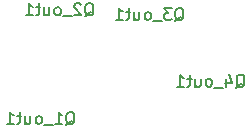
<source format=gbr>
%TF.GenerationSoftware,KiCad,Pcbnew,7.0.9*%
%TF.CreationDate,2024-02-29T12:55:39-04:00*%
%TF.ProjectId,phantomArc,7068616e-746f-46d4-9172-632e6b696361,v0.1*%
%TF.SameCoordinates,Original*%
%TF.FileFunction,Legend,Bot*%
%TF.FilePolarity,Positive*%
%FSLAX46Y46*%
G04 Gerber Fmt 4.6, Leading zero omitted, Abs format (unit mm)*
G04 Created by KiCad (PCBNEW 7.0.9) date 2024-02-29 12:55:39*
%MOMM*%
%LPD*%
G01*
G04 APERTURE LIST*
%ADD10C,0.150000*%
G04 APERTURE END LIST*
D10*
X166539857Y-124590057D02*
X166635095Y-124542438D01*
X166635095Y-124542438D02*
X166730333Y-124447200D01*
X166730333Y-124447200D02*
X166873190Y-124304342D01*
X166873190Y-124304342D02*
X166968428Y-124256723D01*
X166968428Y-124256723D02*
X167063666Y-124256723D01*
X167016047Y-124494819D02*
X167111285Y-124447200D01*
X167111285Y-124447200D02*
X167206523Y-124351961D01*
X167206523Y-124351961D02*
X167254142Y-124161485D01*
X167254142Y-124161485D02*
X167254142Y-123828152D01*
X167254142Y-123828152D02*
X167206523Y-123637676D01*
X167206523Y-123637676D02*
X167111285Y-123542438D01*
X167111285Y-123542438D02*
X167016047Y-123494819D01*
X167016047Y-123494819D02*
X166825571Y-123494819D01*
X166825571Y-123494819D02*
X166730333Y-123542438D01*
X166730333Y-123542438D02*
X166635095Y-123637676D01*
X166635095Y-123637676D02*
X166587476Y-123828152D01*
X166587476Y-123828152D02*
X166587476Y-124161485D01*
X166587476Y-124161485D02*
X166635095Y-124351961D01*
X166635095Y-124351961D02*
X166730333Y-124447200D01*
X166730333Y-124447200D02*
X166825571Y-124494819D01*
X166825571Y-124494819D02*
X167016047Y-124494819D01*
X165730333Y-123828152D02*
X165730333Y-124494819D01*
X165968428Y-123447200D02*
X166206523Y-124161485D01*
X166206523Y-124161485D02*
X165587476Y-124161485D01*
X165444619Y-124590057D02*
X164682714Y-124590057D01*
X164301761Y-124494819D02*
X164396999Y-124447200D01*
X164396999Y-124447200D02*
X164444618Y-124399580D01*
X164444618Y-124399580D02*
X164492237Y-124304342D01*
X164492237Y-124304342D02*
X164492237Y-124018628D01*
X164492237Y-124018628D02*
X164444618Y-123923390D01*
X164444618Y-123923390D02*
X164396999Y-123875771D01*
X164396999Y-123875771D02*
X164301761Y-123828152D01*
X164301761Y-123828152D02*
X164158904Y-123828152D01*
X164158904Y-123828152D02*
X164063666Y-123875771D01*
X164063666Y-123875771D02*
X164016047Y-123923390D01*
X164016047Y-123923390D02*
X163968428Y-124018628D01*
X163968428Y-124018628D02*
X163968428Y-124304342D01*
X163968428Y-124304342D02*
X164016047Y-124399580D01*
X164016047Y-124399580D02*
X164063666Y-124447200D01*
X164063666Y-124447200D02*
X164158904Y-124494819D01*
X164158904Y-124494819D02*
X164301761Y-124494819D01*
X163111285Y-123828152D02*
X163111285Y-124494819D01*
X163539856Y-123828152D02*
X163539856Y-124351961D01*
X163539856Y-124351961D02*
X163492237Y-124447200D01*
X163492237Y-124447200D02*
X163396999Y-124494819D01*
X163396999Y-124494819D02*
X163254142Y-124494819D01*
X163254142Y-124494819D02*
X163158904Y-124447200D01*
X163158904Y-124447200D02*
X163111285Y-124399580D01*
X162777951Y-123828152D02*
X162396999Y-123828152D01*
X162635094Y-123494819D02*
X162635094Y-124351961D01*
X162635094Y-124351961D02*
X162587475Y-124447200D01*
X162587475Y-124447200D02*
X162492237Y-124494819D01*
X162492237Y-124494819D02*
X162396999Y-124494819D01*
X161539856Y-124494819D02*
X162111284Y-124494819D01*
X161825570Y-124494819D02*
X161825570Y-123494819D01*
X161825570Y-123494819D02*
X161920808Y-123637676D01*
X161920808Y-123637676D02*
X162016046Y-123732914D01*
X162016046Y-123732914D02*
X162111284Y-123780533D01*
X152142857Y-127750057D02*
X152238095Y-127702438D01*
X152238095Y-127702438D02*
X152333333Y-127607200D01*
X152333333Y-127607200D02*
X152476190Y-127464342D01*
X152476190Y-127464342D02*
X152571428Y-127416723D01*
X152571428Y-127416723D02*
X152666666Y-127416723D01*
X152619047Y-127654819D02*
X152714285Y-127607200D01*
X152714285Y-127607200D02*
X152809523Y-127511961D01*
X152809523Y-127511961D02*
X152857142Y-127321485D01*
X152857142Y-127321485D02*
X152857142Y-126988152D01*
X152857142Y-126988152D02*
X152809523Y-126797676D01*
X152809523Y-126797676D02*
X152714285Y-126702438D01*
X152714285Y-126702438D02*
X152619047Y-126654819D01*
X152619047Y-126654819D02*
X152428571Y-126654819D01*
X152428571Y-126654819D02*
X152333333Y-126702438D01*
X152333333Y-126702438D02*
X152238095Y-126797676D01*
X152238095Y-126797676D02*
X152190476Y-126988152D01*
X152190476Y-126988152D02*
X152190476Y-127321485D01*
X152190476Y-127321485D02*
X152238095Y-127511961D01*
X152238095Y-127511961D02*
X152333333Y-127607200D01*
X152333333Y-127607200D02*
X152428571Y-127654819D01*
X152428571Y-127654819D02*
X152619047Y-127654819D01*
X151238095Y-127654819D02*
X151809523Y-127654819D01*
X151523809Y-127654819D02*
X151523809Y-126654819D01*
X151523809Y-126654819D02*
X151619047Y-126797676D01*
X151619047Y-126797676D02*
X151714285Y-126892914D01*
X151714285Y-126892914D02*
X151809523Y-126940533D01*
X151047619Y-127750057D02*
X150285714Y-127750057D01*
X149904761Y-127654819D02*
X149999999Y-127607200D01*
X149999999Y-127607200D02*
X150047618Y-127559580D01*
X150047618Y-127559580D02*
X150095237Y-127464342D01*
X150095237Y-127464342D02*
X150095237Y-127178628D01*
X150095237Y-127178628D02*
X150047618Y-127083390D01*
X150047618Y-127083390D02*
X149999999Y-127035771D01*
X149999999Y-127035771D02*
X149904761Y-126988152D01*
X149904761Y-126988152D02*
X149761904Y-126988152D01*
X149761904Y-126988152D02*
X149666666Y-127035771D01*
X149666666Y-127035771D02*
X149619047Y-127083390D01*
X149619047Y-127083390D02*
X149571428Y-127178628D01*
X149571428Y-127178628D02*
X149571428Y-127464342D01*
X149571428Y-127464342D02*
X149619047Y-127559580D01*
X149619047Y-127559580D02*
X149666666Y-127607200D01*
X149666666Y-127607200D02*
X149761904Y-127654819D01*
X149761904Y-127654819D02*
X149904761Y-127654819D01*
X148714285Y-126988152D02*
X148714285Y-127654819D01*
X149142856Y-126988152D02*
X149142856Y-127511961D01*
X149142856Y-127511961D02*
X149095237Y-127607200D01*
X149095237Y-127607200D02*
X148999999Y-127654819D01*
X148999999Y-127654819D02*
X148857142Y-127654819D01*
X148857142Y-127654819D02*
X148761904Y-127607200D01*
X148761904Y-127607200D02*
X148714285Y-127559580D01*
X148380951Y-126988152D02*
X147999999Y-126988152D01*
X148238094Y-126654819D02*
X148238094Y-127511961D01*
X148238094Y-127511961D02*
X148190475Y-127607200D01*
X148190475Y-127607200D02*
X148095237Y-127654819D01*
X148095237Y-127654819D02*
X147999999Y-127654819D01*
X147142856Y-127654819D02*
X147714284Y-127654819D01*
X147428570Y-127654819D02*
X147428570Y-126654819D01*
X147428570Y-126654819D02*
X147523808Y-126797676D01*
X147523808Y-126797676D02*
X147619046Y-126892914D01*
X147619046Y-126892914D02*
X147714284Y-126940533D01*
X153742857Y-118550057D02*
X153838095Y-118502438D01*
X153838095Y-118502438D02*
X153933333Y-118407200D01*
X153933333Y-118407200D02*
X154076190Y-118264342D01*
X154076190Y-118264342D02*
X154171428Y-118216723D01*
X154171428Y-118216723D02*
X154266666Y-118216723D01*
X154219047Y-118454819D02*
X154314285Y-118407200D01*
X154314285Y-118407200D02*
X154409523Y-118311961D01*
X154409523Y-118311961D02*
X154457142Y-118121485D01*
X154457142Y-118121485D02*
X154457142Y-117788152D01*
X154457142Y-117788152D02*
X154409523Y-117597676D01*
X154409523Y-117597676D02*
X154314285Y-117502438D01*
X154314285Y-117502438D02*
X154219047Y-117454819D01*
X154219047Y-117454819D02*
X154028571Y-117454819D01*
X154028571Y-117454819D02*
X153933333Y-117502438D01*
X153933333Y-117502438D02*
X153838095Y-117597676D01*
X153838095Y-117597676D02*
X153790476Y-117788152D01*
X153790476Y-117788152D02*
X153790476Y-118121485D01*
X153790476Y-118121485D02*
X153838095Y-118311961D01*
X153838095Y-118311961D02*
X153933333Y-118407200D01*
X153933333Y-118407200D02*
X154028571Y-118454819D01*
X154028571Y-118454819D02*
X154219047Y-118454819D01*
X153409523Y-117550057D02*
X153361904Y-117502438D01*
X153361904Y-117502438D02*
X153266666Y-117454819D01*
X153266666Y-117454819D02*
X153028571Y-117454819D01*
X153028571Y-117454819D02*
X152933333Y-117502438D01*
X152933333Y-117502438D02*
X152885714Y-117550057D01*
X152885714Y-117550057D02*
X152838095Y-117645295D01*
X152838095Y-117645295D02*
X152838095Y-117740533D01*
X152838095Y-117740533D02*
X152885714Y-117883390D01*
X152885714Y-117883390D02*
X153457142Y-118454819D01*
X153457142Y-118454819D02*
X152838095Y-118454819D01*
X152647619Y-118550057D02*
X151885714Y-118550057D01*
X151504761Y-118454819D02*
X151599999Y-118407200D01*
X151599999Y-118407200D02*
X151647618Y-118359580D01*
X151647618Y-118359580D02*
X151695237Y-118264342D01*
X151695237Y-118264342D02*
X151695237Y-117978628D01*
X151695237Y-117978628D02*
X151647618Y-117883390D01*
X151647618Y-117883390D02*
X151599999Y-117835771D01*
X151599999Y-117835771D02*
X151504761Y-117788152D01*
X151504761Y-117788152D02*
X151361904Y-117788152D01*
X151361904Y-117788152D02*
X151266666Y-117835771D01*
X151266666Y-117835771D02*
X151219047Y-117883390D01*
X151219047Y-117883390D02*
X151171428Y-117978628D01*
X151171428Y-117978628D02*
X151171428Y-118264342D01*
X151171428Y-118264342D02*
X151219047Y-118359580D01*
X151219047Y-118359580D02*
X151266666Y-118407200D01*
X151266666Y-118407200D02*
X151361904Y-118454819D01*
X151361904Y-118454819D02*
X151504761Y-118454819D01*
X150314285Y-117788152D02*
X150314285Y-118454819D01*
X150742856Y-117788152D02*
X150742856Y-118311961D01*
X150742856Y-118311961D02*
X150695237Y-118407200D01*
X150695237Y-118407200D02*
X150599999Y-118454819D01*
X150599999Y-118454819D02*
X150457142Y-118454819D01*
X150457142Y-118454819D02*
X150361904Y-118407200D01*
X150361904Y-118407200D02*
X150314285Y-118359580D01*
X149980951Y-117788152D02*
X149599999Y-117788152D01*
X149838094Y-117454819D02*
X149838094Y-118311961D01*
X149838094Y-118311961D02*
X149790475Y-118407200D01*
X149790475Y-118407200D02*
X149695237Y-118454819D01*
X149695237Y-118454819D02*
X149599999Y-118454819D01*
X148742856Y-118454819D02*
X149314284Y-118454819D01*
X149028570Y-118454819D02*
X149028570Y-117454819D01*
X149028570Y-117454819D02*
X149123808Y-117597676D01*
X149123808Y-117597676D02*
X149219046Y-117692914D01*
X149219046Y-117692914D02*
X149314284Y-117740533D01*
X161368857Y-118947057D02*
X161464095Y-118899438D01*
X161464095Y-118899438D02*
X161559333Y-118804200D01*
X161559333Y-118804200D02*
X161702190Y-118661342D01*
X161702190Y-118661342D02*
X161797428Y-118613723D01*
X161797428Y-118613723D02*
X161892666Y-118613723D01*
X161845047Y-118851819D02*
X161940285Y-118804200D01*
X161940285Y-118804200D02*
X162035523Y-118708961D01*
X162035523Y-118708961D02*
X162083142Y-118518485D01*
X162083142Y-118518485D02*
X162083142Y-118185152D01*
X162083142Y-118185152D02*
X162035523Y-117994676D01*
X162035523Y-117994676D02*
X161940285Y-117899438D01*
X161940285Y-117899438D02*
X161845047Y-117851819D01*
X161845047Y-117851819D02*
X161654571Y-117851819D01*
X161654571Y-117851819D02*
X161559333Y-117899438D01*
X161559333Y-117899438D02*
X161464095Y-117994676D01*
X161464095Y-117994676D02*
X161416476Y-118185152D01*
X161416476Y-118185152D02*
X161416476Y-118518485D01*
X161416476Y-118518485D02*
X161464095Y-118708961D01*
X161464095Y-118708961D02*
X161559333Y-118804200D01*
X161559333Y-118804200D02*
X161654571Y-118851819D01*
X161654571Y-118851819D02*
X161845047Y-118851819D01*
X161083142Y-117851819D02*
X160464095Y-117851819D01*
X160464095Y-117851819D02*
X160797428Y-118232771D01*
X160797428Y-118232771D02*
X160654571Y-118232771D01*
X160654571Y-118232771D02*
X160559333Y-118280390D01*
X160559333Y-118280390D02*
X160511714Y-118328009D01*
X160511714Y-118328009D02*
X160464095Y-118423247D01*
X160464095Y-118423247D02*
X160464095Y-118661342D01*
X160464095Y-118661342D02*
X160511714Y-118756580D01*
X160511714Y-118756580D02*
X160559333Y-118804200D01*
X160559333Y-118804200D02*
X160654571Y-118851819D01*
X160654571Y-118851819D02*
X160940285Y-118851819D01*
X160940285Y-118851819D02*
X161035523Y-118804200D01*
X161035523Y-118804200D02*
X161083142Y-118756580D01*
X160273619Y-118947057D02*
X159511714Y-118947057D01*
X159130761Y-118851819D02*
X159225999Y-118804200D01*
X159225999Y-118804200D02*
X159273618Y-118756580D01*
X159273618Y-118756580D02*
X159321237Y-118661342D01*
X159321237Y-118661342D02*
X159321237Y-118375628D01*
X159321237Y-118375628D02*
X159273618Y-118280390D01*
X159273618Y-118280390D02*
X159225999Y-118232771D01*
X159225999Y-118232771D02*
X159130761Y-118185152D01*
X159130761Y-118185152D02*
X158987904Y-118185152D01*
X158987904Y-118185152D02*
X158892666Y-118232771D01*
X158892666Y-118232771D02*
X158845047Y-118280390D01*
X158845047Y-118280390D02*
X158797428Y-118375628D01*
X158797428Y-118375628D02*
X158797428Y-118661342D01*
X158797428Y-118661342D02*
X158845047Y-118756580D01*
X158845047Y-118756580D02*
X158892666Y-118804200D01*
X158892666Y-118804200D02*
X158987904Y-118851819D01*
X158987904Y-118851819D02*
X159130761Y-118851819D01*
X157940285Y-118185152D02*
X157940285Y-118851819D01*
X158368856Y-118185152D02*
X158368856Y-118708961D01*
X158368856Y-118708961D02*
X158321237Y-118804200D01*
X158321237Y-118804200D02*
X158225999Y-118851819D01*
X158225999Y-118851819D02*
X158083142Y-118851819D01*
X158083142Y-118851819D02*
X157987904Y-118804200D01*
X157987904Y-118804200D02*
X157940285Y-118756580D01*
X157606951Y-118185152D02*
X157225999Y-118185152D01*
X157464094Y-117851819D02*
X157464094Y-118708961D01*
X157464094Y-118708961D02*
X157416475Y-118804200D01*
X157416475Y-118804200D02*
X157321237Y-118851819D01*
X157321237Y-118851819D02*
X157225999Y-118851819D01*
X156368856Y-118851819D02*
X156940284Y-118851819D01*
X156654570Y-118851819D02*
X156654570Y-117851819D01*
X156654570Y-117851819D02*
X156749808Y-117994676D01*
X156749808Y-117994676D02*
X156845046Y-118089914D01*
X156845046Y-118089914D02*
X156940284Y-118137533D01*
M02*

</source>
